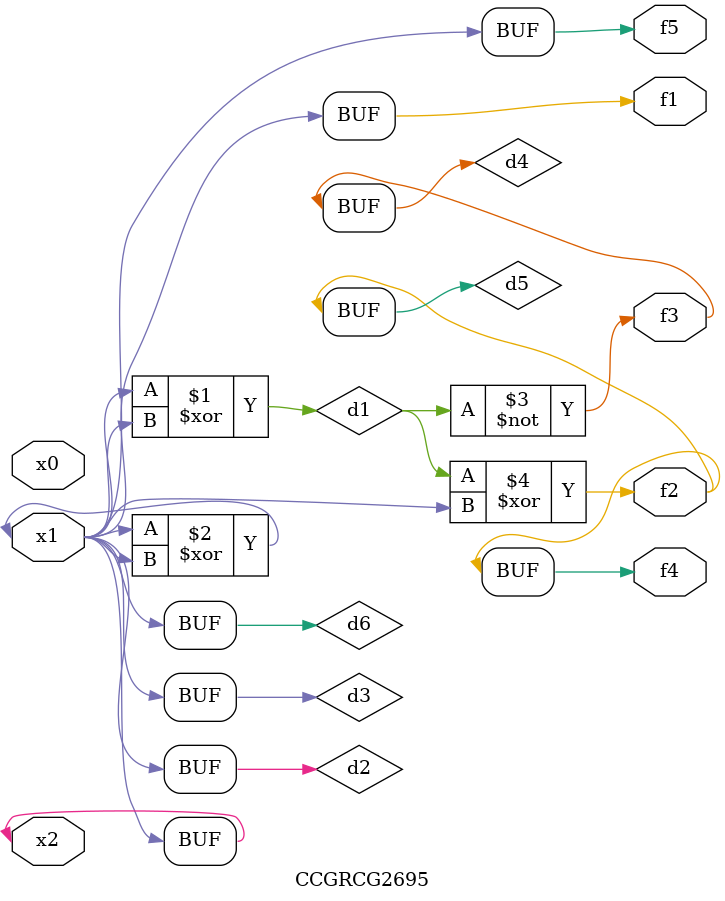
<source format=v>
module CCGRCG2695(
	input x0, x1, x2,
	output f1, f2, f3, f4, f5
);

	wire d1, d2, d3, d4, d5, d6;

	xor (d1, x1, x2);
	buf (d2, x1, x2);
	xor (d3, x1, x2);
	nor (d4, d1);
	xor (d5, d1, d2);
	buf (d6, d2, d3);
	assign f1 = d6;
	assign f2 = d5;
	assign f3 = d4;
	assign f4 = d5;
	assign f5 = d6;
endmodule

</source>
